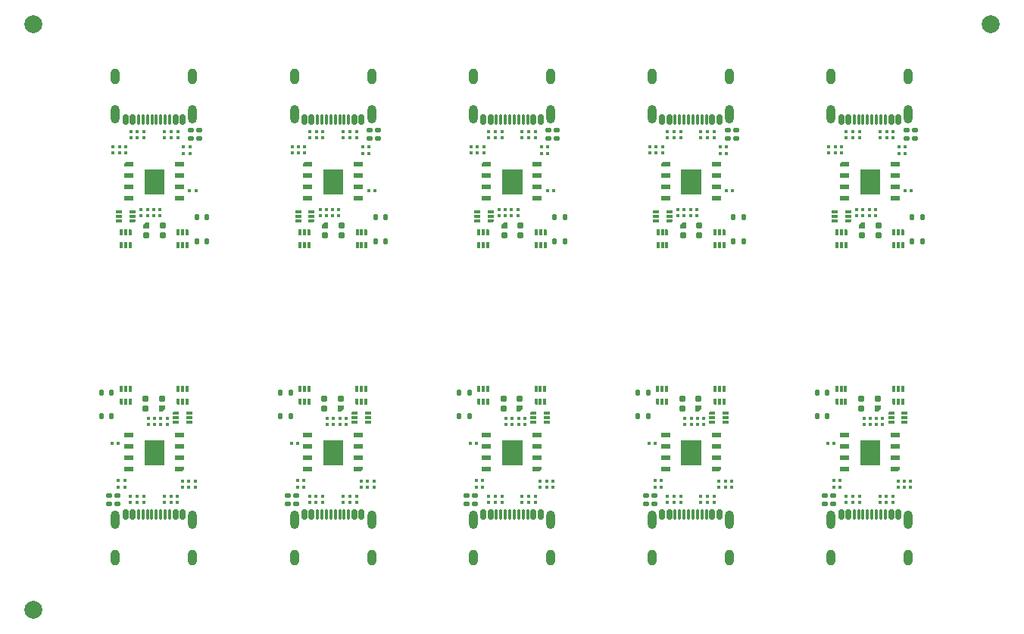
<source format=gtp>
G04 #@! TF.GenerationSoftware,KiCad,Pcbnew,8.0.1-8.0.1-1~ubuntu22.04.1*
G04 #@! TF.CreationDate,2024-08-08T21:33:10+00:00*
G04 #@! TF.ProjectId,gemini-panel,67656d69-6e69-42d7-9061-6e656c2e6b69,1.0*
G04 #@! TF.SameCoordinates,Original*
G04 #@! TF.FileFunction,Paste,Top*
G04 #@! TF.FilePolarity,Positive*
%FSLAX46Y46*%
G04 Gerber Fmt 4.6, Leading zero omitted, Abs format (unit mm)*
G04 Created by KiCad (PCBNEW 8.0.1-8.0.1-1~ubuntu22.04.1) date 2024-08-08 21:33:10*
%MOMM*%
%LPD*%
G01*
G04 APERTURE LIST*
G04 Aperture macros list*
%AMRoundRect*
0 Rectangle with rounded corners*
0 $1 Rounding radius*
0 $2 $3 $4 $5 $6 $7 $8 $9 X,Y pos of 4 corners*
0 Add a 4 corners polygon primitive as box body*
4,1,4,$2,$3,$4,$5,$6,$7,$8,$9,$2,$3,0*
0 Add four circle primitives for the rounded corners*
1,1,$1+$1,$2,$3*
1,1,$1+$1,$4,$5*
1,1,$1+$1,$6,$7*
1,1,$1+$1,$8,$9*
0 Add four rect primitives between the rounded corners*
20,1,$1+$1,$2,$3,$4,$5,0*
20,1,$1+$1,$4,$5,$6,$7,0*
20,1,$1+$1,$6,$7,$8,$9,0*
20,1,$1+$1,$8,$9,$2,$3,0*%
%AMOutline5P*
0 Free polygon, 5 corners , with rotation*
0 The origin of the aperture is its center*
0 number of corners: always 5*
0 $1 to $10 corner X, Y*
0 $11 Rotation angle, in degrees counterclockwise*
0 create outline with 5 corners*
4,1,5,$1,$2,$3,$4,$5,$6,$7,$8,$9,$10,$1,$2,$11*%
%AMOutline6P*
0 Free polygon, 6 corners , with rotation*
0 The origin of the aperture is its center*
0 number of corners: always 6*
0 $1 to $12 corner X, Y*
0 $13 Rotation angle, in degrees counterclockwise*
0 create outline with 6 corners*
4,1,6,$1,$2,$3,$4,$5,$6,$7,$8,$9,$10,$11,$12,$1,$2,$13*%
%AMOutline7P*
0 Free polygon, 7 corners , with rotation*
0 The origin of the aperture is its center*
0 number of corners: always 7*
0 $1 to $14 corner X, Y*
0 $15 Rotation angle, in degrees counterclockwise*
0 create outline with 7 corners*
4,1,7,$1,$2,$3,$4,$5,$6,$7,$8,$9,$10,$11,$12,$13,$14,$1,$2,$15*%
%AMOutline8P*
0 Free polygon, 8 corners , with rotation*
0 The origin of the aperture is its center*
0 number of corners: always 8*
0 $1 to $16 corner X, Y*
0 $17 Rotation angle, in degrees counterclockwise*
0 create outline with 8 corners*
4,1,8,$1,$2,$3,$4,$5,$6,$7,$8,$9,$10,$11,$12,$13,$14,$15,$16,$1,$2,$17*%
%AMFreePoly0*
4,1,18,-0.520000,0.066000,-0.366000,0.220000,0.493600,0.220000,0.503703,0.217990,0.512268,0.212268,0.517990,0.203703,0.520000,0.193600,0.520000,-0.193600,0.517990,-0.203703,0.512268,-0.212268,0.503703,-0.217990,0.493600,-0.220000,-0.493600,-0.220000,-0.503703,-0.217990,-0.512268,-0.212268,-0.517990,-0.203703,-0.520000,-0.193600,-0.520000,0.066000,-0.520000,0.066000,$1*%
%AMFreePoly1*
4,1,18,-0.350000,0.070000,-0.070000,0.350000,0.175000,0.350000,0.241970,0.336679,0.298744,0.298744,0.336679,0.241970,0.350000,0.175000,0.350000,-0.175000,0.336679,-0.241970,0.298744,-0.298744,0.241970,-0.336679,0.175000,-0.350000,-0.175000,-0.350000,-0.241970,-0.336679,-0.298744,-0.298744,-0.336679,-0.241970,-0.350000,-0.175000,-0.350000,0.070000,-0.350000,0.070000,$1*%
G04 Aperture macros list end*
%ADD10C,0.010000*%
%ADD11RoundRect,0.079500X0.100500X-0.079500X0.100500X0.079500X-0.100500X0.079500X-0.100500X-0.079500X0*%
%ADD12Outline5P,-0.350000X0.051000X-0.231000X0.170000X0.350000X0.170000X0.350000X-0.170000X-0.350000X-0.170000X90.000000*%
%ADD13R,0.340000X0.700000*%
%ADD14Outline5P,-0.350000X0.051000X-0.231000X0.170000X0.350000X0.170000X0.350000X-0.170000X-0.350000X-0.170000X0.000000*%
%ADD15R,0.700000X0.340000*%
%ADD16RoundRect,0.150000X0.150000X0.425000X-0.150000X0.425000X-0.150000X-0.425000X0.150000X-0.425000X0*%
%ADD17RoundRect,0.075000X0.075000X0.500000X-0.075000X0.500000X-0.075000X-0.500000X0.075000X-0.500000X0*%
%ADD18O,1.000000X2.100000*%
%ADD19O,1.000000X1.800000*%
%ADD20RoundRect,0.079500X-0.100500X0.079500X-0.100500X-0.079500X0.100500X-0.079500X0.100500X0.079500X0*%
%ADD21Outline5P,-0.350000X0.051000X-0.231000X0.170000X0.350000X0.170000X0.350000X-0.170000X-0.350000X-0.170000X270.000000*%
%ADD22RoundRect,0.140000X-0.170000X0.140000X-0.170000X-0.140000X0.170000X-0.140000X0.170000X0.140000X0*%
%ADD23FreePoly0,180.000000*%
%ADD24RoundRect,0.026400X0.493600X0.193600X-0.493600X0.193600X-0.493600X-0.193600X0.493600X-0.193600X0*%
%ADD25FreePoly0,0.000000*%
%ADD26RoundRect,0.026400X-0.493600X-0.193600X0.493600X-0.193600X0.493600X0.193600X-0.493600X0.193600X0*%
%ADD27RoundRect,0.137500X0.137500X-0.212500X0.137500X0.212500X-0.137500X0.212500X-0.137500X-0.212500X0*%
%ADD28RoundRect,0.137500X-0.137500X0.212500X-0.137500X-0.212500X0.137500X-0.212500X0.137500X0.212500X0*%
%ADD29RoundRect,0.079500X-0.079500X-0.100500X0.079500X-0.100500X0.079500X0.100500X-0.079500X0.100500X0*%
%ADD30Outline5P,-0.350000X0.051000X-0.231000X0.170000X0.350000X0.170000X0.350000X-0.170000X-0.350000X-0.170000X180.000000*%
%ADD31FreePoly1,180.000000*%
%ADD32RoundRect,0.175000X0.175000X0.175000X-0.175000X0.175000X-0.175000X-0.175000X0.175000X-0.175000X0*%
%ADD33FreePoly1,0.000000*%
%ADD34RoundRect,0.175000X-0.175000X-0.175000X0.175000X-0.175000X0.175000X0.175000X-0.175000X0.175000X0*%
%ADD35RoundRect,0.150000X-0.150000X-0.425000X0.150000X-0.425000X0.150000X0.425000X-0.150000X0.425000X0*%
%ADD36RoundRect,0.075000X-0.075000X-0.500000X0.075000X-0.500000X0.075000X0.500000X-0.075000X0.500000X0*%
%ADD37RoundRect,0.079500X0.079500X0.100500X-0.079500X0.100500X-0.079500X-0.100500X0.079500X-0.100500X0*%
%ADD38RoundRect,0.140000X0.170000X-0.140000X0.170000X0.140000X-0.170000X0.140000X-0.170000X-0.140000X0*%
%ADD39C,2.000000*%
G04 APERTURE END LIST*
D10*
G04 #@! TO.C,U3*
X57080000Y18770000D02*
X54920000Y18770000D01*
X54920000Y21490000D01*
X57080000Y21490000D01*
X57080000Y18770000D01*
G36*
X57080000Y18770000D02*
G01*
X54920000Y18770000D01*
X54920000Y21490000D01*
X57080000Y21490000D01*
X57080000Y18770000D01*
G37*
X77080000Y49090000D02*
X74920000Y49090000D01*
X74920000Y51810000D01*
X77080000Y51810000D01*
X77080000Y49090000D01*
G36*
X77080000Y49090000D02*
G01*
X74920000Y49090000D01*
X74920000Y51810000D01*
X77080000Y51810000D01*
X77080000Y49090000D01*
G37*
X57080000Y49090000D02*
X54920000Y49090000D01*
X54920000Y51810000D01*
X57080000Y51810000D01*
X57080000Y49090000D01*
G36*
X57080000Y49090000D02*
G01*
X54920000Y49090000D01*
X54920000Y51810000D01*
X57080000Y51810000D01*
X57080000Y49090000D01*
G37*
X97080000Y49090000D02*
X94920000Y49090000D01*
X94920000Y51810000D01*
X97080000Y51810000D01*
X97080000Y49090000D01*
G36*
X97080000Y49090000D02*
G01*
X94920000Y49090000D01*
X94920000Y51810000D01*
X97080000Y51810000D01*
X97080000Y49090000D01*
G37*
X17080000Y49090000D02*
X14920000Y49090000D01*
X14920000Y51810000D01*
X17080000Y51810000D01*
X17080000Y49090000D01*
G36*
X17080000Y49090000D02*
G01*
X14920000Y49090000D01*
X14920000Y51810000D01*
X17080000Y51810000D01*
X17080000Y49090000D01*
G37*
X97080000Y18770000D02*
X94920000Y18770000D01*
X94920000Y21490000D01*
X97080000Y21490000D01*
X97080000Y18770000D01*
G36*
X97080000Y18770000D02*
G01*
X94920000Y18770000D01*
X94920000Y21490000D01*
X97080000Y21490000D01*
X97080000Y18770000D01*
G37*
X17080000Y18770000D02*
X14920000Y18770000D01*
X14920000Y21490000D01*
X17080000Y21490000D01*
X17080000Y18770000D01*
G36*
X17080000Y18770000D02*
G01*
X14920000Y18770000D01*
X14920000Y21490000D01*
X17080000Y21490000D01*
X17080000Y18770000D01*
G37*
X37080000Y18770000D02*
X34920000Y18770000D01*
X34920000Y21490000D01*
X37080000Y21490000D01*
X37080000Y18770000D01*
G36*
X37080000Y18770000D02*
G01*
X34920000Y18770000D01*
X34920000Y21490000D01*
X37080000Y21490000D01*
X37080000Y18770000D01*
G37*
X37080000Y49090000D02*
X34920000Y49090000D01*
X34920000Y51810000D01*
X37080000Y51810000D01*
X37080000Y49090000D01*
G36*
X37080000Y49090000D02*
G01*
X34920000Y49090000D01*
X34920000Y51810000D01*
X37080000Y51810000D01*
X37080000Y49090000D01*
G37*
X77080000Y18770000D02*
X74920000Y18770000D01*
X74920000Y21490000D01*
X77080000Y21490000D01*
X77080000Y18770000D01*
G36*
X77080000Y18770000D02*
G01*
X74920000Y18770000D01*
X74920000Y21490000D01*
X77080000Y21490000D01*
X77080000Y18770000D01*
G37*
G04 #@! TD*
D11*
G04 #@! TO.C,C19*
X58630490Y55362940D03*
X58630490Y56052940D03*
G04 #@! TD*
G04 #@! TO.C,R10*
X99149510Y16235000D03*
X99149510Y16925000D03*
G04 #@! TD*
G04 #@! TO.C,C19*
X38630490Y55362940D03*
X38630490Y56052940D03*
G04 #@! TD*
G04 #@! TO.C,C6*
X79990490Y53615000D03*
X79990490Y54305000D03*
G04 #@! TD*
G04 #@! TO.C,C16*
X79290490Y53615000D03*
X79290490Y54305000D03*
G04 #@! TD*
D12*
G04 #@! TO.C,Q2*
X98679510Y25770000D03*
D13*
X99179510Y25770000D03*
X99679510Y25770000D03*
X99679510Y27270000D03*
X99179510Y27270000D03*
X98679510Y27270000D03*
G04 #@! TD*
D14*
G04 #@! TO.C,U5*
X78399510Y24530000D03*
D15*
X78399510Y24030000D03*
X78399510Y23530000D03*
X79899510Y23530000D03*
X79899510Y24030000D03*
X79899510Y24530000D03*
G04 #@! TD*
D16*
G04 #@! TO.C,J1*
X79200490Y57425000D03*
X78400490Y57425000D03*
D17*
X77250490Y57425000D03*
X76250490Y57425000D03*
X75750490Y57425000D03*
X74750490Y57425000D03*
D16*
X73600490Y57425000D03*
X72800490Y57425000D03*
X72800490Y57425000D03*
X73600490Y57425000D03*
D17*
X74250490Y57425000D03*
X75250490Y57425000D03*
X76750490Y57425000D03*
X77750490Y57425000D03*
D16*
X78400490Y57425000D03*
X79200490Y57425000D03*
D18*
X80320490Y58000000D03*
D19*
X80320490Y62180000D03*
X71680490Y62180000D03*
D18*
X71680490Y58000000D03*
G04 #@! TD*
D20*
G04 #@! TO.C,C17*
X55250490Y47295000D03*
X55250490Y46605000D03*
G04 #@! TD*
G04 #@! TO.C,C17*
X95250490Y47295000D03*
X95250490Y46605000D03*
G04 #@! TD*
D11*
G04 #@! TO.C,R9*
X100579510Y16235000D03*
X100579510Y16925000D03*
G04 #@! TD*
D21*
G04 #@! TO.C,Q2*
X73320490Y44810000D03*
D13*
X72820490Y44810000D03*
X72320490Y44810000D03*
X72320490Y43310000D03*
X72820490Y43310000D03*
X73320490Y43310000D03*
G04 #@! TD*
D22*
G04 #@! TO.C,C5*
X51889510Y15340000D03*
X51889510Y14380000D03*
G04 #@! TD*
D11*
G04 #@! TO.C,C18*
X12130490Y53655000D03*
X12130490Y54345000D03*
G04 #@! TD*
D20*
G04 #@! TO.C,C18*
X59869510Y16925000D03*
X59869510Y16235000D03*
G04 #@! TD*
D11*
G04 #@! TO.C,C10*
X37119510Y14525000D03*
X37119510Y15215000D03*
G04 #@! TD*
D12*
G04 #@! TO.C,Q1*
X72299510Y25770000D03*
D13*
X72799510Y25770000D03*
X73299510Y25770000D03*
X73299510Y27270000D03*
X72799510Y27270000D03*
X72299510Y27270000D03*
G04 #@! TD*
D22*
G04 #@! TO.C,C5*
X91889510Y15340000D03*
X91889510Y14380000D03*
G04 #@! TD*
D23*
G04 #@! TO.C,U3*
X58845000Y18225000D03*
D24*
X58845000Y19495000D03*
X58845000Y20765000D03*
X58845000Y22035000D03*
X53155000Y22035000D03*
X53155000Y20765000D03*
X53155000Y19495000D03*
X53155000Y18225000D03*
G04 #@! TD*
D25*
G04 #@! TO.C,U3*
X73155000Y52355000D03*
D26*
X73155000Y51085000D03*
X73155000Y49815000D03*
X73155000Y48545000D03*
X78845000Y48545000D03*
X78845000Y49815000D03*
X78845000Y51085000D03*
X78845000Y52355000D03*
G04 #@! TD*
D27*
G04 #@! TO.C,SW1*
X100745490Y43720000D03*
X100745490Y46420000D03*
X101895490Y43720000D03*
X101895490Y46420000D03*
G04 #@! TD*
D28*
G04 #@! TO.C,SW1*
X91254510Y26860000D03*
X91254510Y24160000D03*
X90104510Y26860000D03*
X90104510Y24160000D03*
G04 #@! TD*
D20*
G04 #@! TO.C,C16*
X92709510Y16965000D03*
X92709510Y16275000D03*
G04 #@! TD*
D11*
G04 #@! TO.C,C16*
X19290490Y53615000D03*
X19290490Y54305000D03*
G04 #@! TD*
D29*
G04 #@! TO.C,C13*
X59975490Y49450000D03*
X60665490Y49450000D03*
G04 #@! TD*
D11*
G04 #@! TO.C,C11*
X77130490Y55362940D03*
X77130490Y56052940D03*
G04 #@! TD*
D30*
G04 #@! TO.C,U5*
X13600490Y46050000D03*
D15*
X13600490Y46550000D03*
X13600490Y47050000D03*
X12100490Y47050000D03*
X12100490Y46550000D03*
X12100490Y46050000D03*
G04 #@! TD*
D11*
G04 #@! TO.C,C6*
X39990490Y53615000D03*
X39990490Y54305000D03*
G04 #@! TD*
D31*
G04 #@! TO.C,D2*
X36875894Y25039999D03*
D32*
X36875894Y26139999D03*
X35045894Y26139999D03*
X35045894Y25039999D03*
G04 #@! TD*
D12*
G04 #@! TO.C,Q1*
X32299510Y25770000D03*
D13*
X32799510Y25770000D03*
X33299510Y25770000D03*
X33299510Y27270000D03*
X32799510Y27270000D03*
X32299510Y27270000D03*
G04 #@! TD*
D20*
G04 #@! TO.C,R9*
X51420490Y54345000D03*
X51420490Y53655000D03*
G04 #@! TD*
G04 #@! TO.C,C14*
X54119510Y15217060D03*
X54119510Y14527060D03*
G04 #@! TD*
G04 #@! TO.C,C10*
X34880490Y56055000D03*
X34880490Y55365000D03*
G04 #@! TD*
D11*
G04 #@! TO.C,R10*
X59149510Y16235000D03*
X59149510Y16925000D03*
G04 #@! TD*
D20*
G04 #@! TO.C,C15*
X55950490Y47295000D03*
X55950490Y46605000D03*
G04 #@! TD*
D31*
G04 #@! TO.C,D2*
X16875894Y25039999D03*
D32*
X16875894Y26139999D03*
X15045894Y26139999D03*
X15045894Y25039999D03*
G04 #@! TD*
D28*
G04 #@! TO.C,SW1*
X11254510Y26860000D03*
X11254510Y24160000D03*
X10104510Y26860000D03*
X10104510Y24160000D03*
G04 #@! TD*
D33*
G04 #@! TO.C,D2*
X35124106Y45540001D03*
D34*
X35124106Y44440001D03*
X36954106Y44440001D03*
X36954106Y45540001D03*
G04 #@! TD*
D20*
G04 #@! TO.C,C12*
X78619510Y15217060D03*
X78619510Y14527060D03*
G04 #@! TD*
G04 #@! TO.C,C12*
X38619510Y15217060D03*
X38619510Y14527060D03*
G04 #@! TD*
D21*
G04 #@! TO.C,Q2*
X93320490Y44810000D03*
D13*
X92820490Y44810000D03*
X92320490Y44810000D03*
X92320490Y43310000D03*
X92820490Y43310000D03*
X93320490Y43310000D03*
G04 #@! TD*
D20*
G04 #@! TO.C,C20*
X96650490Y47295000D03*
X96650490Y46605000D03*
G04 #@! TD*
D11*
G04 #@! TO.C,R9*
X40579510Y16235000D03*
X40579510Y16925000D03*
G04 #@! TD*
D28*
G04 #@! TO.C,SW1*
X71254510Y26860000D03*
X71254510Y24160000D03*
X70104510Y26860000D03*
X70104510Y24160000D03*
G04 #@! TD*
D20*
G04 #@! TO.C,C6*
X32009510Y16965000D03*
X32009510Y16275000D03*
G04 #@! TD*
D25*
G04 #@! TO.C,U3*
X53155000Y52355000D03*
D26*
X53155000Y51085000D03*
X53155000Y49815000D03*
X53155000Y48545000D03*
X58845000Y48545000D03*
X58845000Y49815000D03*
X58845000Y51085000D03*
X58845000Y52355000D03*
G04 #@! TD*
D11*
G04 #@! TO.C,C17*
X56749510Y23285000D03*
X56749510Y23975000D03*
G04 #@! TD*
D20*
G04 #@! TO.C,C9*
X14130490Y56052940D03*
X14130490Y55362940D03*
G04 #@! TD*
D21*
G04 #@! TO.C,Q1*
X59700490Y44810000D03*
D13*
X59200490Y44810000D03*
X58700490Y44810000D03*
X58700490Y43310000D03*
X59200490Y43310000D03*
X59700490Y43310000D03*
G04 #@! TD*
D20*
G04 #@! TO.C,C19*
X73369510Y15217060D03*
X73369510Y14527060D03*
G04 #@! TD*
G04 #@! TO.C,C12*
X98619510Y15217060D03*
X98619510Y14527060D03*
G04 #@! TD*
D11*
G04 #@! TO.C,C20*
X35349510Y23285000D03*
X35349510Y23975000D03*
G04 #@! TD*
D30*
G04 #@! TO.C,U5*
X73600490Y46050000D03*
D15*
X73600490Y46550000D03*
X73600490Y47050000D03*
X72100490Y47050000D03*
X72100490Y46550000D03*
X72100490Y46050000D03*
G04 #@! TD*
D11*
G04 #@! TO.C,C15*
X36049510Y23285000D03*
X36049510Y23975000D03*
G04 #@! TD*
D20*
G04 #@! TO.C,C19*
X93369510Y15217060D03*
X93369510Y14527060D03*
G04 #@! TD*
G04 #@! TO.C,R10*
X12850490Y54345000D03*
X12850490Y53655000D03*
G04 #@! TD*
D11*
G04 #@! TO.C,C12*
X53380490Y55362940D03*
X53380490Y56052940D03*
G04 #@! TD*
D20*
G04 #@! TO.C,C11*
X34869510Y15217060D03*
X34869510Y14527060D03*
G04 #@! TD*
D35*
G04 #@! TO.C,J1*
X32799510Y13155000D03*
X33599510Y13155000D03*
D36*
X34749510Y13155000D03*
X35749510Y13155000D03*
X36249510Y13155000D03*
X37249510Y13155000D03*
D35*
X38399510Y13155000D03*
X39199510Y13155000D03*
X39199510Y13155000D03*
X38399510Y13155000D03*
D36*
X37749510Y13155000D03*
X36749510Y13155000D03*
X35249510Y13155000D03*
X34249510Y13155000D03*
D35*
X33599510Y13155000D03*
X32799510Y13155000D03*
D18*
X31679510Y12580000D03*
D19*
X31679510Y8400000D03*
X40319510Y8400000D03*
D18*
X40319510Y12580000D03*
G04 #@! TD*
D33*
G04 #@! TO.C,D2*
X75124106Y45540001D03*
D34*
X75124106Y44440001D03*
X76954106Y44440001D03*
X76954106Y45540001D03*
G04 #@! TD*
D20*
G04 #@! TO.C,R9*
X31420490Y54345000D03*
X31420490Y53655000D03*
G04 #@! TD*
G04 #@! TO.C,R10*
X52850490Y54345000D03*
X52850490Y53655000D03*
G04 #@! TD*
D12*
G04 #@! TO.C,Q2*
X78679510Y25770000D03*
D13*
X79179510Y25770000D03*
X79679510Y25770000D03*
X79679510Y27270000D03*
X79179510Y27270000D03*
X78679510Y27270000D03*
G04 #@! TD*
D37*
G04 #@! TO.C,C13*
X32024510Y21130000D03*
X31334510Y21130000D03*
G04 #@! TD*
D20*
G04 #@! TO.C,C17*
X35250490Y47295000D03*
X35250490Y46605000D03*
G04 #@! TD*
D38*
G04 #@! TO.C,C4*
X70969510Y14380000D03*
X70969510Y15340000D03*
G04 #@! TD*
D11*
G04 #@! TO.C,R10*
X79149510Y16235000D03*
X79149510Y16925000D03*
G04 #@! TD*
D35*
G04 #@! TO.C,J1*
X12799510Y13155000D03*
X13599510Y13155000D03*
D36*
X14749510Y13155000D03*
X15749510Y13155000D03*
X16249510Y13155000D03*
X17249510Y13155000D03*
D35*
X18399510Y13155000D03*
X19199510Y13155000D03*
X19199510Y13155000D03*
X18399510Y13155000D03*
D36*
X17749510Y13155000D03*
X16749510Y13155000D03*
X15249510Y13155000D03*
X14249510Y13155000D03*
D35*
X13599510Y13155000D03*
X12799510Y13155000D03*
D18*
X11679510Y12580000D03*
D19*
X11679510Y8400000D03*
X20319510Y8400000D03*
D18*
X20319510Y12580000D03*
G04 #@! TD*
D20*
G04 #@! TO.C,C14*
X14119510Y15217060D03*
X14119510Y14527060D03*
G04 #@! TD*
D11*
G04 #@! TO.C,C15*
X16049510Y23285000D03*
X16049510Y23975000D03*
G04 #@! TD*
D22*
G04 #@! TO.C,C4*
X101030490Y56200000D03*
X101030490Y55240000D03*
G04 #@! TD*
D11*
G04 #@! TO.C,C12*
X13380490Y55362940D03*
X13380490Y56052940D03*
G04 #@! TD*
D20*
G04 #@! TO.C,C9*
X94130490Y56052940D03*
X94130490Y55362940D03*
G04 #@! TD*
G04 #@! TO.C,C14*
X94119510Y15217060D03*
X94119510Y14527060D03*
G04 #@! TD*
D39*
G04 #@! TO.C,KiKit_TO_3*
X2500000Y2500000D03*
G04 #@! TD*
D14*
G04 #@! TO.C,U5*
X18399510Y24530000D03*
D15*
X18399510Y24030000D03*
X18399510Y23530000D03*
X19899510Y23530000D03*
X19899510Y24030000D03*
X19899510Y24530000D03*
G04 #@! TD*
D11*
G04 #@! TO.C,C17*
X76749510Y23285000D03*
X76749510Y23975000D03*
G04 #@! TD*
D20*
G04 #@! TO.C,C9*
X74130490Y56052940D03*
X74130490Y55362940D03*
G04 #@! TD*
D11*
G04 #@! TO.C,C11*
X17130490Y55362940D03*
X17130490Y56052940D03*
G04 #@! TD*
D20*
G04 #@! TO.C,C16*
X72709510Y16965000D03*
X72709510Y16275000D03*
G04 #@! TD*
D22*
G04 #@! TO.C,C4*
X81030490Y56200000D03*
X81030490Y55240000D03*
G04 #@! TD*
D20*
G04 #@! TO.C,C9*
X54130490Y56052940D03*
X54130490Y55362940D03*
G04 #@! TD*
D27*
G04 #@! TO.C,SW1*
X40745490Y43720000D03*
X40745490Y46420000D03*
X41895490Y43720000D03*
X41895490Y46420000D03*
G04 #@! TD*
D11*
G04 #@! TO.C,R9*
X80579510Y16235000D03*
X80579510Y16925000D03*
G04 #@! TD*
D20*
G04 #@! TO.C,R9*
X11420490Y54345000D03*
X11420490Y53655000D03*
G04 #@! TD*
D38*
G04 #@! TO.C,C5*
X60110490Y55240000D03*
X60110490Y56200000D03*
G04 #@! TD*
D25*
G04 #@! TO.C,U3*
X93155000Y52355000D03*
D26*
X93155000Y51085000D03*
X93155000Y49815000D03*
X93155000Y48545000D03*
X98845000Y48545000D03*
X98845000Y49815000D03*
X98845000Y51085000D03*
X98845000Y52355000D03*
G04 #@! TD*
D22*
G04 #@! TO.C,C4*
X21030490Y56200000D03*
X21030490Y55240000D03*
G04 #@! TD*
D11*
G04 #@! TO.C,C10*
X97119510Y14525000D03*
X97119510Y15215000D03*
G04 #@! TD*
D20*
G04 #@! TO.C,C10*
X94880490Y56055000D03*
X94880490Y55365000D03*
G04 #@! TD*
D11*
G04 #@! TO.C,C17*
X96749510Y23285000D03*
X96749510Y23975000D03*
G04 #@! TD*
D20*
G04 #@! TO.C,C12*
X18619510Y15217060D03*
X18619510Y14527060D03*
G04 #@! TD*
G04 #@! TO.C,R9*
X91420490Y54345000D03*
X91420490Y53655000D03*
G04 #@! TD*
D11*
G04 #@! TO.C,C18*
X32130490Y53655000D03*
X32130490Y54345000D03*
G04 #@! TD*
G04 #@! TO.C,C15*
X76049510Y23285000D03*
X76049510Y23975000D03*
G04 #@! TD*
D31*
G04 #@! TO.C,D2*
X56875894Y25039999D03*
D32*
X56875894Y26139999D03*
X55045894Y26139999D03*
X55045894Y25039999D03*
G04 #@! TD*
D11*
G04 #@! TO.C,C11*
X57130490Y55362940D03*
X57130490Y56052940D03*
G04 #@! TD*
D20*
G04 #@! TO.C,C20*
X76650490Y47295000D03*
X76650490Y46605000D03*
G04 #@! TD*
D38*
G04 #@! TO.C,C4*
X30969510Y14380000D03*
X30969510Y15340000D03*
G04 #@! TD*
D16*
G04 #@! TO.C,J1*
X39200490Y57425000D03*
X38400490Y57425000D03*
D17*
X37250490Y57425000D03*
X36250490Y57425000D03*
X35750490Y57425000D03*
X34750490Y57425000D03*
D16*
X33600490Y57425000D03*
X32800490Y57425000D03*
X32800490Y57425000D03*
X33600490Y57425000D03*
D17*
X34250490Y57425000D03*
X35250490Y57425000D03*
X36750490Y57425000D03*
X37750490Y57425000D03*
D16*
X38400490Y57425000D03*
X39200490Y57425000D03*
D18*
X40320490Y58000000D03*
D19*
X40320490Y62180000D03*
X31680490Y62180000D03*
D18*
X31680490Y58000000D03*
G04 #@! TD*
D20*
G04 #@! TO.C,C16*
X52709510Y16965000D03*
X52709510Y16275000D03*
G04 #@! TD*
D22*
G04 #@! TO.C,C5*
X11889510Y15340000D03*
X11889510Y14380000D03*
G04 #@! TD*
D25*
G04 #@! TO.C,U3*
X13155000Y52355000D03*
D26*
X13155000Y51085000D03*
X13155000Y49815000D03*
X13155000Y48545000D03*
X18845000Y48545000D03*
X18845000Y49815000D03*
X18845000Y51085000D03*
X18845000Y52355000D03*
G04 #@! TD*
D11*
G04 #@! TO.C,C10*
X17119510Y14525000D03*
X17119510Y15215000D03*
G04 #@! TD*
D20*
G04 #@! TO.C,C19*
X13369510Y15217060D03*
X13369510Y14527060D03*
G04 #@! TD*
G04 #@! TO.C,C10*
X14880490Y56055000D03*
X14880490Y55365000D03*
G04 #@! TD*
D31*
G04 #@! TO.C,D2*
X96875894Y25039999D03*
D32*
X96875894Y26139999D03*
X95045894Y26139999D03*
X95045894Y25039999D03*
G04 #@! TD*
D21*
G04 #@! TO.C,Q2*
X53320490Y44810000D03*
D13*
X52820490Y44810000D03*
X52320490Y44810000D03*
X52320490Y43310000D03*
X52820490Y43310000D03*
X53320490Y43310000D03*
G04 #@! TD*
D20*
G04 #@! TO.C,C16*
X12709510Y16965000D03*
X12709510Y16275000D03*
G04 #@! TD*
G04 #@! TO.C,R14*
X74550490Y47295000D03*
X74550490Y46605000D03*
G04 #@! TD*
G04 #@! TO.C,C18*
X99869510Y16925000D03*
X99869510Y16235000D03*
G04 #@! TD*
D33*
G04 #@! TO.C,D2*
X55124106Y45540001D03*
D34*
X55124106Y44440001D03*
X56954106Y44440001D03*
X56954106Y45540001D03*
G04 #@! TD*
D11*
G04 #@! TO.C,C16*
X99290490Y53615000D03*
X99290490Y54305000D03*
G04 #@! TD*
G04 #@! TO.C,C11*
X37130490Y55362940D03*
X37130490Y56052940D03*
G04 #@! TD*
D16*
G04 #@! TO.C,J1*
X19200490Y57425000D03*
X18400490Y57425000D03*
D17*
X17250490Y57425000D03*
X16250490Y57425000D03*
X15750490Y57425000D03*
X14750490Y57425000D03*
D16*
X13600490Y57425000D03*
X12800490Y57425000D03*
X12800490Y57425000D03*
X13600490Y57425000D03*
D17*
X14250490Y57425000D03*
X15250490Y57425000D03*
X16750490Y57425000D03*
X17750490Y57425000D03*
D16*
X18400490Y57425000D03*
X19200490Y57425000D03*
D18*
X20320490Y58000000D03*
D19*
X20320490Y62180000D03*
X11680490Y62180000D03*
D18*
X11680490Y58000000D03*
G04 #@! TD*
D37*
G04 #@! TO.C,C13*
X12024510Y21130000D03*
X11334510Y21130000D03*
G04 #@! TD*
D39*
G04 #@! TO.C,KiKit_TO_2*
X109500000Y68080000D03*
G04 #@! TD*
D11*
G04 #@! TO.C,C20*
X75349510Y23285000D03*
X75349510Y23975000D03*
G04 #@! TD*
D14*
G04 #@! TO.C,U5*
X58399510Y24530000D03*
D15*
X58399510Y24030000D03*
X58399510Y23530000D03*
X59899510Y23530000D03*
X59899510Y24030000D03*
X59899510Y24530000D03*
G04 #@! TD*
D11*
G04 #@! TO.C,R9*
X20579510Y16235000D03*
X20579510Y16925000D03*
G04 #@! TD*
G04 #@! TO.C,C17*
X36749510Y23285000D03*
X36749510Y23975000D03*
G04 #@! TD*
G04 #@! TO.C,C18*
X52130490Y53655000D03*
X52130490Y54345000D03*
G04 #@! TD*
D29*
G04 #@! TO.C,C13*
X79975490Y49450000D03*
X80665490Y49450000D03*
G04 #@! TD*
D11*
G04 #@! TO.C,C14*
X17880490Y55362940D03*
X17880490Y56052940D03*
G04 #@! TD*
G04 #@! TO.C,C11*
X97130490Y55362940D03*
X97130490Y56052940D03*
G04 #@! TD*
D27*
G04 #@! TO.C,SW1*
X60745490Y43720000D03*
X60745490Y46420000D03*
X61895490Y43720000D03*
X61895490Y46420000D03*
G04 #@! TD*
D11*
G04 #@! TO.C,C20*
X95349510Y23285000D03*
X95349510Y23975000D03*
G04 #@! TD*
D20*
G04 #@! TO.C,C14*
X74119510Y15217060D03*
X74119510Y14527060D03*
G04 #@! TD*
D21*
G04 #@! TO.C,Q1*
X39700490Y44810000D03*
D13*
X39200490Y44810000D03*
X38700490Y44810000D03*
X38700490Y43310000D03*
X39200490Y43310000D03*
X39700490Y43310000D03*
G04 #@! TD*
D20*
G04 #@! TO.C,R10*
X72850490Y54345000D03*
X72850490Y53655000D03*
G04 #@! TD*
D11*
G04 #@! TO.C,C6*
X99990490Y53615000D03*
X99990490Y54305000D03*
G04 #@! TD*
G04 #@! TO.C,C6*
X59990490Y53615000D03*
X59990490Y54305000D03*
G04 #@! TD*
D38*
G04 #@! TO.C,C5*
X40110490Y55240000D03*
X40110490Y56200000D03*
G04 #@! TD*
G04 #@! TO.C,C4*
X10969510Y14380000D03*
X10969510Y15340000D03*
G04 #@! TD*
D11*
G04 #@! TO.C,R9*
X60579510Y16235000D03*
X60579510Y16925000D03*
G04 #@! TD*
D21*
G04 #@! TO.C,Q1*
X19700490Y44810000D03*
D13*
X19200490Y44810000D03*
X18700490Y44810000D03*
X18700490Y43310000D03*
X19200490Y43310000D03*
X19700490Y43310000D03*
G04 #@! TD*
D28*
G04 #@! TO.C,SW1*
X31254510Y26860000D03*
X31254510Y24160000D03*
X30104510Y26860000D03*
X30104510Y24160000D03*
G04 #@! TD*
D30*
G04 #@! TO.C,U5*
X33600490Y46050000D03*
D15*
X33600490Y46550000D03*
X33600490Y47050000D03*
X32100490Y47050000D03*
X32100490Y46550000D03*
X32100490Y46050000D03*
G04 #@! TD*
D14*
G04 #@! TO.C,U5*
X98399510Y24530000D03*
D15*
X98399510Y24030000D03*
X98399510Y23530000D03*
X99899510Y23530000D03*
X99899510Y24030000D03*
X99899510Y24530000D03*
G04 #@! TD*
D11*
G04 #@! TO.C,C19*
X98630490Y55362940D03*
X98630490Y56052940D03*
G04 #@! TD*
D20*
G04 #@! TO.C,C9*
X34130490Y56052940D03*
X34130490Y55362940D03*
G04 #@! TD*
D23*
G04 #@! TO.C,U3*
X98845000Y18225000D03*
D24*
X98845000Y19495000D03*
X98845000Y20765000D03*
X98845000Y22035000D03*
X93155000Y22035000D03*
X93155000Y20765000D03*
X93155000Y19495000D03*
X93155000Y18225000D03*
G04 #@! TD*
D20*
G04 #@! TO.C,C17*
X15250490Y47295000D03*
X15250490Y46605000D03*
G04 #@! TD*
G04 #@! TO.C,C6*
X12009510Y16965000D03*
X12009510Y16275000D03*
G04 #@! TD*
D21*
G04 #@! TO.C,Q1*
X79700490Y44810000D03*
D13*
X79200490Y44810000D03*
X78700490Y44810000D03*
X78700490Y43310000D03*
X79200490Y43310000D03*
X79700490Y43310000D03*
G04 #@! TD*
D12*
G04 #@! TO.C,Q2*
X38679510Y25770000D03*
D13*
X39179510Y25770000D03*
X39679510Y25770000D03*
X39679510Y27270000D03*
X39179510Y27270000D03*
X38679510Y27270000D03*
G04 #@! TD*
D11*
G04 #@! TO.C,R14*
X77449510Y23285000D03*
X77449510Y23975000D03*
G04 #@! TD*
G04 #@! TO.C,R10*
X39149510Y16235000D03*
X39149510Y16925000D03*
G04 #@! TD*
D20*
G04 #@! TO.C,C19*
X33369510Y15217060D03*
X33369510Y14527060D03*
G04 #@! TD*
D38*
G04 #@! TO.C,C5*
X80110490Y55240000D03*
X80110490Y56200000D03*
G04 #@! TD*
D20*
G04 #@! TO.C,C20*
X36650490Y47295000D03*
X36650490Y46605000D03*
G04 #@! TD*
D29*
G04 #@! TO.C,C13*
X39975490Y49450000D03*
X40665490Y49450000D03*
G04 #@! TD*
D11*
G04 #@! TO.C,R14*
X17449510Y23285000D03*
X17449510Y23975000D03*
G04 #@! TD*
D20*
G04 #@! TO.C,C18*
X79869510Y16925000D03*
X79869510Y16235000D03*
G04 #@! TD*
D38*
G04 #@! TO.C,C5*
X100110490Y55240000D03*
X100110490Y56200000D03*
G04 #@! TD*
D20*
G04 #@! TO.C,C16*
X32709510Y16965000D03*
X32709510Y16275000D03*
G04 #@! TD*
D11*
G04 #@! TO.C,C17*
X16749510Y23285000D03*
X16749510Y23975000D03*
G04 #@! TD*
D37*
G04 #@! TO.C,C13*
X52024510Y21130000D03*
X51334510Y21130000D03*
G04 #@! TD*
D22*
G04 #@! TO.C,C4*
X41030490Y56200000D03*
X41030490Y55240000D03*
G04 #@! TD*
D20*
G04 #@! TO.C,R10*
X92850490Y54345000D03*
X92850490Y53655000D03*
G04 #@! TD*
D21*
G04 #@! TO.C,Q1*
X99700490Y44810000D03*
D13*
X99200490Y44810000D03*
X98700490Y44810000D03*
X98700490Y43310000D03*
X99200490Y43310000D03*
X99700490Y43310000D03*
G04 #@! TD*
D11*
G04 #@! TO.C,R14*
X57449510Y23285000D03*
X57449510Y23975000D03*
G04 #@! TD*
D12*
G04 #@! TO.C,Q1*
X92299510Y25770000D03*
D13*
X92799510Y25770000D03*
X93299510Y25770000D03*
X93299510Y27270000D03*
X92799510Y27270000D03*
X92299510Y27270000D03*
G04 #@! TD*
D20*
G04 #@! TO.C,C6*
X72009510Y16965000D03*
X72009510Y16275000D03*
G04 #@! TD*
D11*
G04 #@! TO.C,C14*
X77880490Y55362940D03*
X77880490Y56052940D03*
G04 #@! TD*
G04 #@! TO.C,C19*
X78630490Y55362940D03*
X78630490Y56052940D03*
G04 #@! TD*
D20*
G04 #@! TO.C,C10*
X74880490Y56055000D03*
X74880490Y55365000D03*
G04 #@! TD*
G04 #@! TO.C,R14*
X54550490Y47295000D03*
X54550490Y46605000D03*
G04 #@! TD*
D28*
G04 #@! TO.C,SW1*
X51254510Y26860000D03*
X51254510Y24160000D03*
X50104510Y26860000D03*
X50104510Y24160000D03*
G04 #@! TD*
D14*
G04 #@! TO.C,U5*
X38399510Y24530000D03*
D15*
X38399510Y24030000D03*
X38399510Y23530000D03*
X39899510Y23530000D03*
X39899510Y24030000D03*
X39899510Y24530000D03*
G04 #@! TD*
D20*
G04 #@! TO.C,C15*
X95950490Y47295000D03*
X95950490Y46605000D03*
G04 #@! TD*
D11*
G04 #@! TO.C,C18*
X92130490Y53655000D03*
X92130490Y54345000D03*
G04 #@! TD*
D20*
G04 #@! TO.C,C11*
X14869510Y15217060D03*
X14869510Y14527060D03*
G04 #@! TD*
G04 #@! TO.C,C20*
X56650490Y47295000D03*
X56650490Y46605000D03*
G04 #@! TD*
D22*
G04 #@! TO.C,C5*
X71889510Y15340000D03*
X71889510Y14380000D03*
G04 #@! TD*
D38*
G04 #@! TO.C,C4*
X90969510Y14380000D03*
X90969510Y15340000D03*
G04 #@! TD*
D37*
G04 #@! TO.C,C13*
X72024510Y21130000D03*
X71334510Y21130000D03*
G04 #@! TD*
D20*
G04 #@! TO.C,C10*
X54880490Y56055000D03*
X54880490Y55365000D03*
G04 #@! TD*
D11*
G04 #@! TO.C,C20*
X15349510Y23285000D03*
X15349510Y23975000D03*
G04 #@! TD*
D20*
G04 #@! TO.C,R10*
X32850490Y54345000D03*
X32850490Y53655000D03*
G04 #@! TD*
D21*
G04 #@! TO.C,Q2*
X13320490Y44810000D03*
D13*
X12820490Y44810000D03*
X12320490Y44810000D03*
X12320490Y43310000D03*
X12820490Y43310000D03*
X13320490Y43310000D03*
G04 #@! TD*
D20*
G04 #@! TO.C,C14*
X34119510Y15217060D03*
X34119510Y14527060D03*
G04 #@! TD*
D33*
G04 #@! TO.C,D2*
X95124106Y45540001D03*
D34*
X95124106Y44440001D03*
X96954106Y44440001D03*
X96954106Y45540001D03*
G04 #@! TD*
D11*
G04 #@! TO.C,C16*
X39290490Y53615000D03*
X39290490Y54305000D03*
G04 #@! TD*
D20*
G04 #@! TO.C,R14*
X94550490Y47295000D03*
X94550490Y46605000D03*
G04 #@! TD*
G04 #@! TO.C,C11*
X54869510Y15217060D03*
X54869510Y14527060D03*
G04 #@! TD*
D31*
G04 #@! TO.C,D2*
X76875894Y25039999D03*
D32*
X76875894Y26139999D03*
X75045894Y26139999D03*
X75045894Y25039999D03*
G04 #@! TD*
D11*
G04 #@! TO.C,C14*
X37880490Y55362940D03*
X37880490Y56052940D03*
G04 #@! TD*
D20*
G04 #@! TO.C,C15*
X15950490Y47295000D03*
X15950490Y46605000D03*
G04 #@! TD*
D11*
G04 #@! TO.C,C10*
X57119510Y14525000D03*
X57119510Y15215000D03*
G04 #@! TD*
D21*
G04 #@! TO.C,Q2*
X33320490Y44810000D03*
D13*
X32820490Y44810000D03*
X32320490Y44810000D03*
X32320490Y43310000D03*
X32820490Y43310000D03*
X33320490Y43310000D03*
G04 #@! TD*
D11*
G04 #@! TO.C,C9*
X77869510Y14527060D03*
X77869510Y15217060D03*
G04 #@! TD*
D37*
G04 #@! TO.C,C13*
X92024510Y21130000D03*
X91334510Y21130000D03*
G04 #@! TD*
D11*
G04 #@! TO.C,C19*
X18630490Y55362940D03*
X18630490Y56052940D03*
G04 #@! TD*
D20*
G04 #@! TO.C,R14*
X14550490Y47295000D03*
X14550490Y46605000D03*
G04 #@! TD*
D27*
G04 #@! TO.C,SW1*
X80745490Y43720000D03*
X80745490Y46420000D03*
X81895490Y43720000D03*
X81895490Y46420000D03*
G04 #@! TD*
D20*
G04 #@! TO.C,C11*
X74869510Y15217060D03*
X74869510Y14527060D03*
G04 #@! TD*
D11*
G04 #@! TO.C,C9*
X57869510Y14527060D03*
X57869510Y15217060D03*
G04 #@! TD*
D20*
G04 #@! TO.C,C18*
X39869510Y16925000D03*
X39869510Y16235000D03*
G04 #@! TD*
D38*
G04 #@! TO.C,C4*
X50969510Y14380000D03*
X50969510Y15340000D03*
G04 #@! TD*
D22*
G04 #@! TO.C,C4*
X61030490Y56200000D03*
X61030490Y55240000D03*
G04 #@! TD*
D11*
G04 #@! TO.C,R14*
X97449510Y23285000D03*
X97449510Y23975000D03*
G04 #@! TD*
D23*
G04 #@! TO.C,U3*
X18845000Y18225000D03*
D24*
X18845000Y19495000D03*
X18845000Y20765000D03*
X18845000Y22035000D03*
X13155000Y22035000D03*
X13155000Y20765000D03*
X13155000Y19495000D03*
X13155000Y18225000D03*
G04 #@! TD*
D35*
G04 #@! TO.C,J1*
X52799510Y13155000D03*
X53599510Y13155000D03*
D36*
X54749510Y13155000D03*
X55749510Y13155000D03*
X56249510Y13155000D03*
X57249510Y13155000D03*
D35*
X58399510Y13155000D03*
X59199510Y13155000D03*
X59199510Y13155000D03*
X58399510Y13155000D03*
D36*
X57749510Y13155000D03*
X56749510Y13155000D03*
X55249510Y13155000D03*
X54249510Y13155000D03*
D35*
X53599510Y13155000D03*
X52799510Y13155000D03*
D18*
X51679510Y12580000D03*
D19*
X51679510Y8400000D03*
X60319510Y8400000D03*
D18*
X60319510Y12580000D03*
G04 #@! TD*
D35*
G04 #@! TO.C,J1*
X92799510Y13155000D03*
X93599510Y13155000D03*
D36*
X94749510Y13155000D03*
X95749510Y13155000D03*
X96249510Y13155000D03*
X97249510Y13155000D03*
D35*
X98399510Y13155000D03*
X99199510Y13155000D03*
X99199510Y13155000D03*
X98399510Y13155000D03*
D36*
X97749510Y13155000D03*
X96749510Y13155000D03*
X95249510Y13155000D03*
X94249510Y13155000D03*
D35*
X93599510Y13155000D03*
X92799510Y13155000D03*
D18*
X91679510Y12580000D03*
D19*
X91679510Y8400000D03*
X100319510Y8400000D03*
D18*
X100319510Y12580000D03*
G04 #@! TD*
D35*
G04 #@! TO.C,J1*
X72799510Y13155000D03*
X73599510Y13155000D03*
D36*
X74749510Y13155000D03*
X75749510Y13155000D03*
X76249510Y13155000D03*
X77249510Y13155000D03*
D35*
X78399510Y13155000D03*
X79199510Y13155000D03*
X79199510Y13155000D03*
X78399510Y13155000D03*
D36*
X77749510Y13155000D03*
X76749510Y13155000D03*
X75249510Y13155000D03*
X74249510Y13155000D03*
D35*
X73599510Y13155000D03*
X72799510Y13155000D03*
D18*
X71679510Y12580000D03*
D19*
X71679510Y8400000D03*
X80319510Y8400000D03*
D18*
X80319510Y12580000D03*
G04 #@! TD*
D20*
G04 #@! TO.C,C11*
X94869510Y15217060D03*
X94869510Y14527060D03*
G04 #@! TD*
D27*
G04 #@! TO.C,SW1*
X20745490Y43720000D03*
X20745490Y46420000D03*
X21895490Y43720000D03*
X21895490Y46420000D03*
G04 #@! TD*
D23*
G04 #@! TO.C,U3*
X38845000Y18225000D03*
D24*
X38845000Y19495000D03*
X38845000Y20765000D03*
X38845000Y22035000D03*
X33155000Y22035000D03*
X33155000Y20765000D03*
X33155000Y19495000D03*
X33155000Y18225000D03*
G04 #@! TD*
D11*
G04 #@! TO.C,C14*
X57880490Y55362940D03*
X57880490Y56052940D03*
G04 #@! TD*
G04 #@! TO.C,C12*
X93380490Y55362940D03*
X93380490Y56052940D03*
G04 #@! TD*
D20*
G04 #@! TO.C,C15*
X75950490Y47295000D03*
X75950490Y46605000D03*
G04 #@! TD*
D38*
G04 #@! TO.C,C5*
X20110490Y55240000D03*
X20110490Y56200000D03*
G04 #@! TD*
D11*
G04 #@! TO.C,R14*
X37449510Y23285000D03*
X37449510Y23975000D03*
G04 #@! TD*
D12*
G04 #@! TO.C,Q2*
X18679510Y25770000D03*
D13*
X19179510Y25770000D03*
X19679510Y25770000D03*
X19679510Y27270000D03*
X19179510Y27270000D03*
X18679510Y27270000D03*
G04 #@! TD*
D22*
G04 #@! TO.C,C5*
X31889510Y15340000D03*
X31889510Y14380000D03*
G04 #@! TD*
D20*
G04 #@! TO.C,C12*
X58619510Y15217060D03*
X58619510Y14527060D03*
G04 #@! TD*
D11*
G04 #@! TO.C,C16*
X59290490Y53615000D03*
X59290490Y54305000D03*
G04 #@! TD*
D29*
G04 #@! TO.C,C13*
X99975490Y49450000D03*
X100665490Y49450000D03*
G04 #@! TD*
D11*
G04 #@! TO.C,C6*
X19990490Y53615000D03*
X19990490Y54305000D03*
G04 #@! TD*
D20*
G04 #@! TO.C,C20*
X16650490Y47295000D03*
X16650490Y46605000D03*
G04 #@! TD*
D11*
G04 #@! TO.C,C20*
X55349510Y23285000D03*
X55349510Y23975000D03*
G04 #@! TD*
D16*
G04 #@! TO.C,J1*
X59200490Y57425000D03*
X58400490Y57425000D03*
D17*
X57250490Y57425000D03*
X56250490Y57425000D03*
X55750490Y57425000D03*
X54750490Y57425000D03*
D16*
X53600490Y57425000D03*
X52800490Y57425000D03*
X52800490Y57425000D03*
X53600490Y57425000D03*
D17*
X54250490Y57425000D03*
X55250490Y57425000D03*
X56750490Y57425000D03*
X57750490Y57425000D03*
D16*
X58400490Y57425000D03*
X59200490Y57425000D03*
D18*
X60320490Y58000000D03*
D19*
X60320490Y62180000D03*
X51680490Y62180000D03*
D18*
X51680490Y58000000D03*
G04 #@! TD*
D20*
G04 #@! TO.C,C17*
X75250490Y47295000D03*
X75250490Y46605000D03*
G04 #@! TD*
D11*
G04 #@! TO.C,R10*
X19149510Y16235000D03*
X19149510Y16925000D03*
G04 #@! TD*
D39*
G04 #@! TO.C,KiKit_TO_1*
X2500000Y68080000D03*
G04 #@! TD*
D12*
G04 #@! TO.C,Q2*
X58679510Y25770000D03*
D13*
X59179510Y25770000D03*
X59679510Y25770000D03*
X59679510Y27270000D03*
X59179510Y27270000D03*
X58679510Y27270000D03*
G04 #@! TD*
D20*
G04 #@! TO.C,R9*
X71420490Y54345000D03*
X71420490Y53655000D03*
G04 #@! TD*
G04 #@! TO.C,R14*
X34550490Y47295000D03*
X34550490Y46605000D03*
G04 #@! TD*
D11*
G04 #@! TO.C,C15*
X96049510Y23285000D03*
X96049510Y23975000D03*
G04 #@! TD*
D30*
G04 #@! TO.C,U5*
X93600490Y46050000D03*
D15*
X93600490Y46550000D03*
X93600490Y47050000D03*
X92100490Y47050000D03*
X92100490Y46550000D03*
X92100490Y46050000D03*
G04 #@! TD*
D25*
G04 #@! TO.C,U3*
X33155000Y52355000D03*
D26*
X33155000Y51085000D03*
X33155000Y49815000D03*
X33155000Y48545000D03*
X38845000Y48545000D03*
X38845000Y49815000D03*
X38845000Y51085000D03*
X38845000Y52355000D03*
G04 #@! TD*
D11*
G04 #@! TO.C,C9*
X97869510Y14527060D03*
X97869510Y15217060D03*
G04 #@! TD*
D30*
G04 #@! TO.C,U5*
X53600490Y46050000D03*
D15*
X53600490Y46550000D03*
X53600490Y47050000D03*
X52100490Y47050000D03*
X52100490Y46550000D03*
X52100490Y46050000D03*
G04 #@! TD*
D20*
G04 #@! TO.C,C19*
X53369510Y15217060D03*
X53369510Y14527060D03*
G04 #@! TD*
G04 #@! TO.C,C18*
X19869510Y16925000D03*
X19869510Y16235000D03*
G04 #@! TD*
D16*
G04 #@! TO.C,J1*
X99200490Y57425000D03*
X98400490Y57425000D03*
D17*
X97250490Y57425000D03*
X96250490Y57425000D03*
X95750490Y57425000D03*
X94750490Y57425000D03*
D16*
X93600490Y57425000D03*
X92800490Y57425000D03*
X92800490Y57425000D03*
X93600490Y57425000D03*
D17*
X94250490Y57425000D03*
X95250490Y57425000D03*
X96750490Y57425000D03*
X97750490Y57425000D03*
D16*
X98400490Y57425000D03*
X99200490Y57425000D03*
D18*
X100320490Y58000000D03*
D19*
X100320490Y62180000D03*
X91680490Y62180000D03*
D18*
X91680490Y58000000D03*
G04 #@! TD*
D23*
G04 #@! TO.C,U3*
X78845000Y18225000D03*
D24*
X78845000Y19495000D03*
X78845000Y20765000D03*
X78845000Y22035000D03*
X73155000Y22035000D03*
X73155000Y20765000D03*
X73155000Y19495000D03*
X73155000Y18225000D03*
G04 #@! TD*
D33*
G04 #@! TO.C,D2*
X15124106Y45540001D03*
D34*
X15124106Y44440001D03*
X16954106Y44440001D03*
X16954106Y45540001D03*
G04 #@! TD*
D11*
G04 #@! TO.C,C9*
X37869510Y14527060D03*
X37869510Y15217060D03*
G04 #@! TD*
D20*
G04 #@! TO.C,C15*
X35950490Y47295000D03*
X35950490Y46605000D03*
G04 #@! TD*
D11*
G04 #@! TO.C,C14*
X97880490Y55362940D03*
X97880490Y56052940D03*
G04 #@! TD*
G04 #@! TO.C,C15*
X56049510Y23285000D03*
X56049510Y23975000D03*
G04 #@! TD*
D29*
G04 #@! TO.C,C13*
X19975490Y49450000D03*
X20665490Y49450000D03*
G04 #@! TD*
D20*
G04 #@! TO.C,C6*
X92009510Y16965000D03*
X92009510Y16275000D03*
G04 #@! TD*
D11*
G04 #@! TO.C,C10*
X77119510Y14525000D03*
X77119510Y15215000D03*
G04 #@! TD*
D20*
G04 #@! TO.C,C6*
X52009510Y16965000D03*
X52009510Y16275000D03*
G04 #@! TD*
D11*
G04 #@! TO.C,C18*
X72130490Y53655000D03*
X72130490Y54345000D03*
G04 #@! TD*
D12*
G04 #@! TO.C,Q1*
X12299510Y25770000D03*
D13*
X12799510Y25770000D03*
X13299510Y25770000D03*
X13299510Y27270000D03*
X12799510Y27270000D03*
X12299510Y27270000D03*
G04 #@! TD*
D11*
G04 #@! TO.C,C12*
X73380490Y55362940D03*
X73380490Y56052940D03*
G04 #@! TD*
G04 #@! TO.C,C12*
X33380490Y55362940D03*
X33380490Y56052940D03*
G04 #@! TD*
G04 #@! TO.C,C9*
X17869510Y14527060D03*
X17869510Y15217060D03*
G04 #@! TD*
D12*
G04 #@! TO.C,Q1*
X52299510Y25770000D03*
D13*
X52799510Y25770000D03*
X53299510Y25770000D03*
X53299510Y27270000D03*
X52799510Y27270000D03*
X52299510Y27270000D03*
G04 #@! TD*
M02*

</source>
